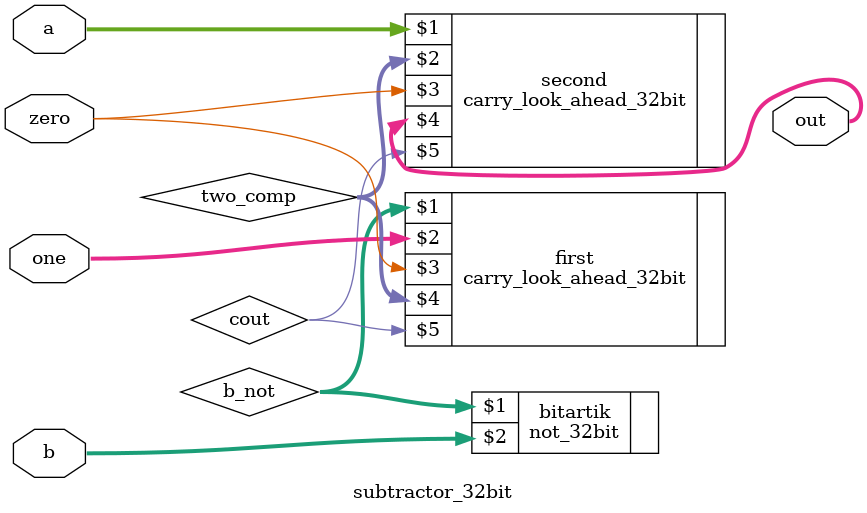
<source format=v>
module subtractor_32bit(output [31:0] out , input [31:0] a , input [31:0] b , input[31:0] one , input zero);
	wire [31:0] b_not;
	not_32bit bitartik(b_not , b);
	wire cout;
	wire [31:0] two_comp;
	carry_look_ahead_32bit first(b_not,one, zero,two_comp, cout);
	carry_look_ahead_32bit second(a,two_comp, zero, out, cout);
endmodule

</source>
